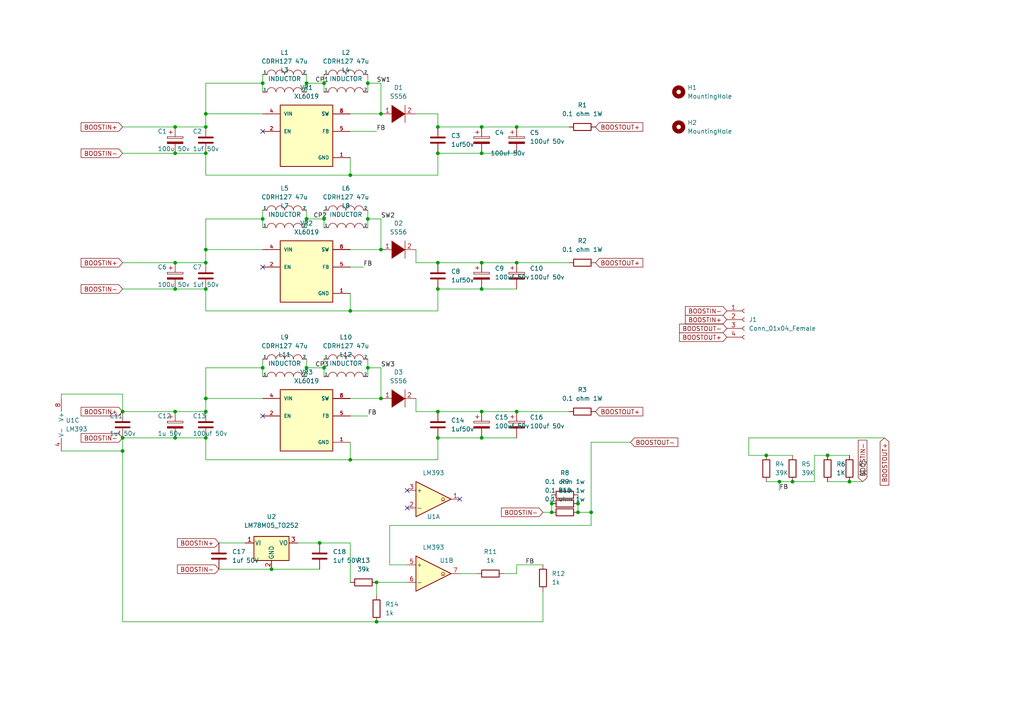
<source format=kicad_sch>
(kicad_sch (version 20211123) (generator eeschema)
  (paper "A4")
  (lib_symbols
    (symbol "Comparator:LM393" (pin_names (offset 0.127))
      (property "Reference" "U" (at 3.81 3.81 0))
      (property "Value" "LM393" (at 6.35 -3.81 0))
      (symbol "LM393_1_1"
        (polyline (pts (xy -5.08 5.08) (xy 5.08 0) (xy -5.08 -5.08) (xy -5.08 5.08)) (stroke (width 0.254)) (fill (type background)))
        (polyline (pts (xy 3.302 -0.508) (xy 2.794 -0.508) (xy 3.302 0) (xy 2.794 0.508) (xy 2.286 0) (xy 2.794 -0.508) (xy 2.286 -0.508)) (stroke (width 0.127)))
        (pin open_collector line (at 7.62 0 180) (length 2.54) (name "~") (number "1"))
        (pin input line (at -7.62 -2.54 0) (length 2.54) (name "-") (number "2"))
        (pin input line (at -7.62 2.54 0) (length 2.54) (name "+") (number "3"))
      )
      (symbol "LM393_2_1"
        (polyline (pts (xy -5.08 5.08) (xy 5.08 0) (xy -5.08 -5.08) (xy -5.08 5.08)) (stroke (width 0.254)) (fill (type background)))
        (polyline (pts (xy 3.302 -0.508) (xy 2.794 -0.508) (xy 3.302 0) (xy 2.794 0.508) (xy 2.286 0) (xy 2.794 -0.508) (xy 2.286 -0.508)) (stroke (width 0.127)))
        (pin input line (at -7.62 2.54 0) (length 2.54) (name "+") (number "5"))
        (pin input line (at -7.62 -2.54 0) (length 2.54) (name "-") (number "6"))
        (pin open_collector line (at 7.62 0 180) (length 2.54) (name "~") (number "7"))
      )
      (symbol "LM393_3_1"
        (pin power_in line (at -2.54 -7.62 90) (length 3.81) (name "V-") (number "4"))
        (pin power_in line (at -2.54 7.62 270) (length 3.81) (name "V+") (number "8"))
      )
    )
    (symbol "Connector:Conn_01x04_Female" (pin_names (offset 1.016) hide)
      (property "Reference" "J" (at 0 5.08 0))
      (property "Value" "Conn_01x04_Female" (at 0 -7.62 0))
      (symbol "Conn_01x04_Female_1_1"
        (arc (start 0 -4.572) (mid -0.508 -5.08) (end 0 -5.588) (stroke (width 0.1524)))
        (arc (start 0 -2.032) (mid -0.508 -2.54) (end 0 -3.048) (stroke (width 0.1524)))
        (polyline (pts (xy -1.27 -5.08) (xy -0.508 -5.08)) (stroke (width 0.1524)))
        (polyline (pts (xy -1.27 -2.54) (xy -0.508 -2.54)) (stroke (width 0.1524)))
        (polyline (pts (xy -1.27 0) (xy -0.508 0)) (stroke (width 0.1524)))
        (polyline (pts (xy -1.27 2.54) (xy -0.508 2.54)) (stroke (width 0.1524)))
        (arc (start 0 0.508) (mid -0.508 0) (end 0 -0.508) (stroke (width 0.1524)))
        (arc (start 0 3.048) (mid -0.508 2.54) (end 0 2.032) (stroke (width 0.1524)))
        (pin passive line (at -5.08 2.54 0) (length 3.81) (name "Pin_1") (number "1"))
        (pin passive line (at -5.08 0 0) (length 3.81) (name "Pin_2") (number "2"))
        (pin passive line (at -5.08 -2.54 0) (length 3.81) (name "Pin_3") (number "3"))
        (pin passive line (at -5.08 -5.08 0) (length 3.81) (name "Pin_4") (number "4"))
      )
    )
    (symbol "Device:C" (pin_numbers hide) (pin_names (offset 0.254))
      (property "Reference" "C" (at 0.635 2.54 0))
      (property "Value" "C" (at 0.635 -2.54 0))
      (symbol "C_0_1"
        (polyline (pts (xy -2.032 -0.762) (xy 2.032 -0.762)) (stroke (width 0.508)))
        (polyline (pts (xy -2.032 0.762) (xy 2.032 0.762)) (stroke (width 0.508)))
      )
      (symbol "C_1_1"
        (pin passive line (at 0 3.81 270) (length 2.794) (name "~") (number "1"))
        (pin passive line (at 0 -3.81 90) (length 2.794) (name "~") (number "2"))
      )
    )
    (symbol "Device:C_Polarized" (pin_numbers hide) (pin_names (offset 0.254))
      (property "Reference" "C" (at 0.635 2.54 0))
      (property "Value" "C_Polarized" (at 0.635 -2.54 0))
      (symbol "C_Polarized_0_1"
        (rectangle (start -2.286 0.508) (end 2.286 1.016))
        (polyline (pts (xy -1.778 2.286) (xy -0.762 2.286)))
        (polyline (pts (xy -1.27 2.794) (xy -1.27 1.778)))
        (rectangle (start 2.286 -0.508) (end -2.286 -1.016) (fill (type outline)))
      )
      (symbol "C_Polarized_1_1"
        (pin passive line (at 0 3.81 270) (length 2.794) (name "~") (number "1"))
        (pin passive line (at 0 -3.81 90) (length 2.794) (name "~") (number "2"))
      )
    )
    (symbol "Device:R" (pin_numbers hide) (pin_names (offset 0))
      (property "Reference" "R" (at 2.032 0 90))
      (property "Value" "R" (at 0 0 90))
      (symbol "R_0_1"
        (rectangle (start -1.016 -2.54) (end 1.016 2.54) (stroke (width 0.254)))
      )
      (symbol "R_1_1"
        (pin passive line (at 0 3.81 270) (length 1.27) (name "~") (number "1"))
        (pin passive line (at 0 -3.81 90) (length 1.27) (name "~") (number "2"))
      )
    )
    (symbol "Mechanical:MountingHole" (pin_names (offset 1.016))
      (property "Reference" "H" (at 0 5.08 0))
      (property "Value" "MountingHole" (at 0 3.175 0))
      (symbol "MountingHole_0_1"
        (circle (center 0 0) (radius 1.27) (stroke (width 1.27)))
      )
    )
    (symbol "Regulator_Linear:LM78M05_TO252" (pin_names (offset 0.254))
      (property "Reference" "U" (at -3.81 3.175 0))
      (property "Value" "LM78M05_TO252" (at 0 3.175 0))
      (symbol "LM78M05_TO252_0_1"
        (rectangle (start -5.08 1.905) (end 5.08 -5.08) (stroke (width 0.254)) (fill (type background)))
      )
      (symbol "LM78M05_TO252_1_1"
        (pin power_in line (at -7.62 0 0) (length 2.54) (name "VI") (number "1"))
        (pin power_in line (at 0 -7.62 90) (length 2.54) (name "GND") (number "2"))
        (pin power_out line (at 7.62 0 180) (length 2.54) (name "VO") (number "3"))
      )
    )
    (symbol "XL6009:XL6009" (pin_names (offset 1.016))
      (property "Reference" "VR" (at -7.62 8.89 0))
      (property "Value" "XL6009" (at -7.62 -11.43 0))
      (symbol "XL6009_0_0"
        (rectangle (start -7.62 -10.16) (end 7.62 7.62) (stroke (width 0.254)) (fill (type background)))
        (pin power_in line (at 12.7 -7.62 180) (length 5.08) (name "GND") (number "1"))
        (pin input line (at -12.7 0 0) (length 5.08) (name "EN") (number "2"))
        (pin output line (at 12.7 5.08 180) (length 5.08) (name "SW") (number "3"))
        (pin input line (at -12.7 5.08 0) (length 5.08) (name "VIN") (number "4"))
        (pin input line (at 12.7 0 180) (length 5.08) (name "FB") (number "5"))
        (pin output line (at 12.7 5.08 180) (length 5.08) (name "SW") (number "6"))
      )
    )
    (symbol "pspice:DIODE" (pin_names (offset 1.016) hide)
      (property "Reference" "D" (at 0 3.81 0))
      (property "Value" "DIODE" (at 0 -4.445 0))
      (symbol "DIODE_0_1"
        (polyline (pts (xy 1.905 2.54) (xy 1.905 -2.54)))
        (polyline (pts (xy -1.905 2.54) (xy -1.905 -2.54) (xy 1.905 0)) (fill (type outline)))
      )
      (symbol "DIODE_1_1"
        (pin input line (at -5.08 0 0) (length 3.81) (name "K") (number "1"))
        (pin input line (at 5.08 0 180) (length 3.81) (name "A") (number "2"))
      )
    )
    (symbol "pspice:INDUCTOR" (pin_numbers hide) (pin_names (offset 0))
      (property "Reference" "L" (at 0 2.54 0))
      (property "Value" "INDUCTOR" (at 0 -1.27 0))
      (symbol "INDUCTOR_0_1"
        (arc (start -2.54 0) (mid -3.81 1.27) (end -5.08 0))
        (arc (start 0 0) (mid -1.27 1.27) (end -2.54 0))
        (arc (start 2.54 0) (mid 1.27 1.27) (end 0 0))
        (arc (start 5.08 0) (mid 3.81 1.27) (end 2.54 0))
      )
      (symbol "INDUCTOR_1_1"
        (pin input line (at -6.35 0 0) (length 1.27) (name "1") (number "1"))
        (pin input line (at 6.35 0 180) (length 1.27) (name "2") (number "2"))
      )
    )
  )
  (junction (at 59.69 76.2))
  (junction (at 139.7 76.2))
  (junction (at 78.74 165.1))
  (junction (at 88.9 24.13))
  (junction (at 139.7 127))
  (junction (at 127 36.83))
  (junction (at 76.2 63.5))
  (junction (at 101.6 90.17))
  (junction (at 50.8 83.82))
  (junction (at 139.7 119.38))
  (junction (at 101.6 133.35))
  (junction (at 139.7 83.82))
  (junction (at 127 76.2))
  (junction (at 76.2 24.13))
  (junction (at 167.64 146.05))
  (junction (at 149.86 119.38))
  (junction (at 110.49 33.02))
  (junction (at 109.22 180.34))
  (junction (at 35.56 130.81))
  (junction (at 88.9 63.5))
  (junction (at 127 44.45))
  (junction (at 59.69 127))
  (junction (at 240.03 132.08))
  (junction (at 59.69 115.57))
  (junction (at 106.68 63.5))
  (junction (at 59.69 72.39))
  (junction (at 93.98 24.13))
  (junction (at 59.69 119.38))
  (junction (at 59.69 33.02))
  (junction (at 139.7 36.83))
  (junction (at 222.25 132.08))
  (junction (at 92.71 157.48))
  (junction (at 229.87 139.7))
  (junction (at 110.49 72.39))
  (junction (at 50.8 44.45))
  (junction (at 246.38 139.7))
  (junction (at 127 83.82))
  (junction (at 76.2 106.68))
  (junction (at 50.8 36.83))
  (junction (at 50.8 119.38))
  (junction (at 93.98 106.68))
  (junction (at 226.06 139.7))
  (junction (at 149.86 76.2))
  (junction (at 160.02 148.59))
  (junction (at 59.69 36.83))
  (junction (at 35.56 127))
  (junction (at 101.6 50.8))
  (junction (at 106.68 106.68))
  (junction (at 160.02 146.05))
  (junction (at 109.22 168.91))
  (junction (at 59.69 83.82))
  (junction (at 59.69 44.45))
  (junction (at 35.56 119.38))
  (junction (at 50.8 76.2))
  (junction (at 149.86 36.83))
  (junction (at 139.7 44.45))
  (junction (at 93.98 63.5))
  (junction (at 171.45 148.59))
  (junction (at 110.49 115.57))
  (junction (at 127 127))
  (junction (at 88.9 106.68))
  (junction (at 127 119.38))
  (junction (at 106.68 24.13))
  (junction (at 167.64 148.59))
  (junction (at 50.8 127))
  (no_connect (at 133.35 144.78))
  (no_connect (at 118.11 147.32))
  (no_connect (at 118.11 142.24))
  (no_connect (at 76.2 77.47))
  (no_connect (at 76.2 38.1))
  (no_connect (at 76.2 120.65))
  (wire (pts (xy 127 33.02) (xy 127 36.83)))
  (wire (pts (xy 101.6 133.35) (xy 127 133.35)))
  (wire (pts (xy 113.03 152.4) (xy 171.45 152.4)))
  (wire (pts (xy 120.65 72.39) (xy 120.65 76.2)))
  (wire (pts (xy 59.69 90.17) (xy 101.6 90.17)))
  (wire (pts (xy 35.56 130.81) (xy 35.56 180.34)))
  (wire (pts (xy 59.69 72.39) (xy 59.69 76.2)))
  (wire (pts (xy 120.65 115.57) (xy 120.65 119.38)))
  (wire (pts (xy 106.68 21.59) (xy 106.68 24.13)))
  (wire (pts (xy 109.22 168.91) (xy 109.22 172.72)))
  (wire (pts (xy 35.56 127) (xy 35.56 130.81)))
  (wire (pts (xy 149.86 76.2) (xy 165.1 76.2)))
  (wire (pts (xy 59.69 24.13) (xy 59.69 33.02)))
  (wire (pts (xy 127 127) (xy 139.7 127)))
  (wire (pts (xy 146.05 166.37) (xy 149.86 166.37)))
  (wire (pts (xy 59.69 106.68) (xy 59.69 115.57)))
  (wire (pts (xy 59.69 133.35) (xy 101.6 133.35)))
  (wire (pts (xy 236.22 132.08) (xy 240.03 132.08)))
  (wire (pts (xy 59.69 33.02) (xy 59.69 36.83)))
  (wire (pts (xy 106.68 104.14) (xy 106.68 106.68)))
  (wire (pts (xy 120.65 33.02) (xy 127 33.02)))
  (wire (pts (xy 50.8 36.83) (xy 59.69 36.83)))
  (wire (pts (xy 88.9 104.14) (xy 88.9 106.68)))
  (wire (pts (xy 63.5 165.1) (xy 78.74 165.1)))
  (wire (pts (xy 111.76 72.39) (xy 110.49 72.39)))
  (wire (pts (xy 59.69 50.8) (xy 101.6 50.8)))
  (wire (pts (xy 76.2 24.13) (xy 76.2 21.59)))
  (wire (pts (xy 106.68 24.13) (xy 106.68 26.67)))
  (wire (pts (xy 76.2 106.68) (xy 76.2 109.22)))
  (wire (pts (xy 76.2 72.39) (xy 59.69 72.39)))
  (wire (pts (xy 139.7 76.2) (xy 149.86 76.2)))
  (wire (pts (xy 63.5 157.48) (xy 71.12 157.48)))
  (wire (pts (xy 101.6 45.72) (xy 101.6 50.8)))
  (wire (pts (xy 133.35 166.37) (xy 138.43 166.37)))
  (wire (pts (xy 127 36.83) (xy 139.7 36.83)))
  (wire (pts (xy 88.9 24.13) (xy 93.98 24.13)))
  (wire (pts (xy 139.7 83.82) (xy 149.86 83.82)))
  (wire (pts (xy 88.9 106.68) (xy 93.98 106.68)))
  (wire (pts (xy 93.98 63.5) (xy 93.98 66.04)))
  (wire (pts (xy 76.2 106.68) (xy 76.2 104.14)))
  (wire (pts (xy 76.2 24.13) (xy 76.2 26.67)))
  (wire (pts (xy 88.9 21.59) (xy 88.9 24.13)))
  (wire (pts (xy 101.6 90.17) (xy 127 90.17)))
  (wire (pts (xy 113.03 163.83) (xy 113.03 152.4)))
  (wire (pts (xy 120.65 119.38) (xy 127 119.38)))
  (wire (pts (xy 59.69 63.5) (xy 59.69 72.39)))
  (wire (pts (xy 59.69 115.57) (xy 59.69 119.38)))
  (wire (pts (xy 109.22 168.91) (xy 118.11 168.91)))
  (wire (pts (xy 106.68 60.96) (xy 106.68 63.5)))
  (wire (pts (xy 110.49 24.13) (xy 110.49 33.02)))
  (wire (pts (xy 217.17 127) (xy 256.54 127)))
  (wire (pts (xy 35.56 36.83) (xy 50.8 36.83)))
  (wire (pts (xy 101.6 72.39) (xy 110.49 72.39)))
  (wire (pts (xy 93.98 106.68) (xy 93.98 109.22)))
  (wire (pts (xy 101.6 157.48) (xy 101.6 168.91)))
  (wire (pts (xy 240.03 132.08) (xy 246.38 132.08)))
  (wire (pts (xy 226.06 139.7) (xy 229.87 139.7)))
  (wire (pts (xy 217.17 132.08) (xy 222.25 132.08)))
  (wire (pts (xy 93.98 21.59) (xy 93.98 24.13)))
  (wire (pts (xy 139.7 44.45) (xy 149.86 44.45)))
  (wire (pts (xy 217.17 132.08) (xy 217.17 127)))
  (wire (pts (xy 127 50.8) (xy 127 44.45)))
  (wire (pts (xy 222.25 139.7) (xy 226.06 139.7)))
  (wire (pts (xy 236.22 139.7) (xy 236.22 132.08)))
  (wire (pts (xy 50.8 119.38) (xy 59.69 119.38)))
  (wire (pts (xy 149.86 36.83) (xy 165.1 36.83)))
  (wire (pts (xy 35.56 127) (xy 50.8 127)))
  (wire (pts (xy 120.65 76.2) (xy 127 76.2)))
  (wire (pts (xy 59.69 24.13) (xy 76.2 24.13)))
  (wire (pts (xy 167.64 143.51) (xy 167.64 146.05)))
  (wire (pts (xy 35.56 83.82) (xy 50.8 83.82)))
  (wire (pts (xy 88.9 63.5) (xy 88.9 66.04)))
  (wire (pts (xy 101.6 50.8) (xy 127 50.8)))
  (wire (pts (xy 76.2 63.5) (xy 76.2 60.96)))
  (wire (pts (xy 101.6 33.02) (xy 110.49 33.02)))
  (wire (pts (xy 160.02 143.51) (xy 160.02 146.05)))
  (wire (pts (xy 157.48 148.59) (xy 160.02 148.59)))
  (wire (pts (xy 59.69 63.5) (xy 76.2 63.5)))
  (wire (pts (xy 127 90.17) (xy 127 83.82)))
  (wire (pts (xy 127 119.38) (xy 139.7 119.38)))
  (wire (pts (xy 149.86 163.83) (xy 149.86 166.37)))
  (wire (pts (xy 59.69 83.82) (xy 59.69 90.17)))
  (wire (pts (xy 110.49 63.5) (xy 110.49 72.39)))
  (wire (pts (xy 59.69 127) (xy 59.69 133.35)))
  (wire (pts (xy 88.9 106.68) (xy 88.9 109.22)))
  (wire (pts (xy 59.69 44.45) (xy 59.69 50.8)))
  (wire (pts (xy 171.45 128.27) (xy 182.88 128.27)))
  (wire (pts (xy 139.7 119.38) (xy 149.86 119.38)))
  (wire (pts (xy 35.56 119.38) (xy 50.8 119.38)))
  (wire (pts (xy 35.56 76.2) (xy 50.8 76.2)))
  (wire (pts (xy 167.64 146.05) (xy 167.64 148.59)))
  (wire (pts (xy 106.68 63.5) (xy 106.68 66.04)))
  (wire (pts (xy 139.7 36.83) (xy 149.86 36.83)))
  (wire (pts (xy 106.68 106.68) (xy 110.49 106.68)))
  (wire (pts (xy 50.8 83.82) (xy 59.69 83.82)))
  (wire (pts (xy 76.2 115.57) (xy 59.69 115.57)))
  (wire (pts (xy 93.98 24.13) (xy 93.98 26.67)))
  (wire (pts (xy 35.56 114.3) (xy 35.56 119.38)))
  (wire (pts (xy 139.7 127) (xy 149.86 127)))
  (wire (pts (xy 93.98 104.14) (xy 93.98 106.68)))
  (wire (pts (xy 167.64 148.59) (xy 171.45 148.59)))
  (wire (pts (xy 93.98 60.96) (xy 93.98 63.5)))
  (wire (pts (xy 171.45 152.4) (xy 171.45 148.59)))
  (wire (pts (xy 106.68 106.68) (xy 106.68 109.22)))
  (wire (pts (xy 88.9 60.96) (xy 88.9 63.5)))
  (wire (pts (xy 101.6 38.1) (xy 109.22 38.1)))
  (wire (pts (xy 101.6 115.57) (xy 110.49 115.57)))
  (wire (pts (xy 226.06 139.7) (xy 226.06 142.24)))
  (wire (pts (xy 101.6 128.27) (xy 101.6 133.35)))
  (wire (pts (xy 127 133.35) (xy 127 127)))
  (wire (pts (xy 92.71 157.48) (xy 101.6 157.48)))
  (wire (pts (xy 17.78 114.3) (xy 35.56 114.3)))
  (wire (pts (xy 35.56 44.45) (xy 50.8 44.45)))
  (wire (pts (xy 149.86 119.38) (xy 165.1 119.38)))
  (wire (pts (xy 240.03 139.7) (xy 246.38 139.7)))
  (wire (pts (xy 222.25 132.08) (xy 229.87 132.08)))
  (wire (pts (xy 246.38 139.7) (xy 250.19 139.7)))
  (wire (pts (xy 50.8 44.45) (xy 59.69 44.45)))
  (wire (pts (xy 17.78 115.57) (xy 17.78 114.3)))
  (wire (pts (xy 101.6 85.09) (xy 101.6 90.17)))
  (wire (pts (xy 78.74 165.1) (xy 92.71 165.1)))
  (wire (pts (xy 86.36 157.48) (xy 92.71 157.48)))
  (wire (pts (xy 35.56 180.34) (xy 109.22 180.34)))
  (wire (pts (xy 35.56 130.81) (xy 17.78 130.81)))
  (wire (pts (xy 157.48 180.34) (xy 109.22 180.34)))
  (wire (pts (xy 88.9 63.5) (xy 93.98 63.5)))
  (wire (pts (xy 106.68 63.5) (xy 110.49 63.5)))
  (wire (pts (xy 157.48 163.83) (xy 149.86 163.83)))
  (wire (pts (xy 110.49 106.68) (xy 110.49 115.57)))
  (wire (pts (xy 127 83.82) (xy 139.7 83.82)))
  (wire (pts (xy 76.2 33.02) (xy 59.69 33.02)))
  (wire (pts (xy 101.6 77.47) (xy 105.41 77.47)))
  (wire (pts (xy 76.2 63.5) (xy 76.2 66.04)))
  (wire (pts (xy 229.87 139.7) (xy 236.22 139.7)))
  (wire (pts (xy 118.11 163.83) (xy 113.03 163.83)))
  (wire (pts (xy 106.68 24.13) (xy 110.49 24.13)))
  (wire (pts (xy 127 44.45) (xy 139.7 44.45)))
  (wire (pts (xy 160.02 146.05) (xy 160.02 148.59)))
  (wire (pts (xy 157.48 171.45) (xy 157.48 180.34)))
  (wire (pts (xy 59.69 106.68) (xy 76.2 106.68)))
  (wire (pts (xy 171.45 148.59) (xy 171.45 128.27)))
  (wire (pts (xy 127 76.2) (xy 139.7 76.2)))
  (wire (pts (xy 50.8 76.2) (xy 59.69 76.2)))
  (wire (pts (xy 101.6 120.65) (xy 106.68 120.65)))
  (wire (pts (xy 50.8 127) (xy 59.69 127)))
  (wire (pts (xy 88.9 24.13) (xy 88.9 26.67)))
  (label "FB" (at 105.41 77.47 0))
  (label "FB" (at 109.22 38.1 0))
  (label "SW2" (at 110.49 63.5 0))
  (label "CP3" (at 91.44 106.68 0))
  (label "FB" (at 152.4 163.83 0))
  (label "CP2" (at 90.9007 63.5 0))
  (label "SW1" (at 109.22 24.13 0))
  (label "FB" (at 226.06 142.24 0))
  (label "SW3" (at 110.49 106.68 0))
  (label "FB" (at 106.68 120.65 0))
  (label "CP1" (at 91.44 24.13 0))
  (global_label "BOOSTIN+" (shape input) (at 35.56 36.83 180) (property "Intersheet References" "${INTERSHEET_REFS}" (effects hide)))
  (global_label "BOOSTIN-" (shape input) (at 63.5 165.1 180) (property "Intersheet References" "${INTERSHEET_REFS}" (effects hide)))
  (global_label "BOOSTOUT+" (shape input) (at 172.72 119.38 0) (property "Intersheet References" "${INTERSHEET_REFS}" (effects hide)))
  (global_label "BOOSTIN+" (shape input) (at 210.82 92.71 180) (property "Intersheet References" "${INTERSHEET_REFS}" (effects hide)))
  (global_label "BOOSTOUT-" (shape input) (at 210.82 95.25 180) (property "Intersheet References" "${INTERSHEET_REFS}" (effects hide)))
  (global_label "BOOSTIN+" (shape input) (at 63.5 157.48 180) (property "Intersheet References" "${INTERSHEET_REFS}" (effects hide)))
  (global_label "BOOSTOUT+" (shape input) (at 210.82 97.79 180) (property "Intersheet References" "${INTERSHEET_REFS}" (effects hide)))
  (global_label "BOOSTIN-" (shape input) (at 157.48 148.59 180) (property "Intersheet References" "${INTERSHEET_REFS}" (effects hide)))
  (global_label "BOOSTOUT+" (shape input) (at 256.54 127 270) (property "Intersheet References" "${INTERSHEET_REFS}" (effects hide)))
  (global_label "BOOSTOUT+" (shape input) (at 172.72 36.83 0) (property "Intersheet References" "${INTERSHEET_REFS}" (effects hide)))
  (global_label "BOOSTIN-" (shape input) (at 35.56 44.45 180) (property "Intersheet References" "${INTERSHEET_REFS}" (effects hide)))
  (global_label "BOOSTIN+" (shape input) (at 35.56 119.38 180) (property "Intersheet References" "${INTERSHEET_REFS}" (effects hide)))
  (global_label "BOOSTOUT-" (shape input) (at 182.88 128.27 0) (property "Intersheet References" "${INTERSHEET_REFS}" (effects hide)))
  (global_label "BOOSTIN+" (shape input) (at 35.56 76.2 180) (property "Intersheet References" "${INTERSHEET_REFS}" (effects hide)))
  (global_label "BOOSTIN-" (shape input) (at 210.82 90.17 180) (property "Intersheet References" "${INTERSHEET_REFS}" (effects hide)))
  (global_label "BOOSTIN-" (shape input) (at 250.19 139.7 90) (property "Intersheet References" "${INTERSHEET_REFS}" (effects hide)))
  (global_label "BOOSTOUT+" (shape input) (at 172.72 76.2 0) (property "Intersheet References" "${INTERSHEET_REFS}" (effects hide)))
  (global_label "BOOSTIN-" (shape input) (at 35.56 83.82 180) (property "Intersheet References" "${INTERSHEET_REFS}" (effects hide)))
  (global_label "BOOSTIN-" (shape input) (at 35.56 127 180) (property "Intersheet References" "${INTERSHEET_REFS}" (effects hide)))
  (symbol (lib_id "pspice:INDUCTOR") (at 82.55 21.59 0) (unit 1)
    (property "Reference" "L1" (at 82.55 15.24 0))
    (property "Value" "CDRH127 47u" (at 82.55 17.78 0))
    (property "Footprint" "Inductor_SMD:L_12x12mm_H8mm" (effects hide))
  )
  (symbol (lib_id "pspice:INDUCTOR") (at 82.55 66.04 0) (unit 1)
    (property "Reference" "L7" (at 82.55 59.69 0))
    (property "Value" "INDUCTOR" (at 82.55 62.23 0))
    (property "Footprint" "Inductor_SMD:L_12x12mm_H8mm" (effects hide))
  )
  (symbol (lib_id "Device:R") (at 240.03 135.89 0) (unit 1)
    (property "Reference" "R6" (at 242.57 134.6199 0) (effects (justify left)))
    (property "Value" "1K" (at 242.57 137.1599 0) (effects (justify left)))
    (property "Footprint" "Resistor_SMD:R_0805_2012Metric" (effects hide))
  )
  (symbol (lib_id "Device:C") (at 35.56 123.19 0) (unit 1)
    (property "Reference" "C11" (at 31.75 120.65 0) (effects (justify left)))
    (property "Value" "1uf 50v" (at 31.75 125.73 0) (effects (justify left)))
    (property "Footprint" "Capacitor_SMD:C_1206_3216Metric" (effects hide))
  )
  (symbol (lib_id "Device:C_Polarized") (at 149.86 123.19 0) (unit 1)
    (property "Reference" "C16" (at 153.67 121.0309 0) (effects (justify left)))
    (property "Value" "100uf 50v" (at 153.67 123.5709 0) (effects (justify left)))
    (property "Footprint" "Capacitor_SMD:CP_Elec_10x10.5" (effects hide))
  )
  (symbol (lib_id "Device:C") (at 127 80.01 0) (unit 1)
    (property "Reference" "C8" (at 130.81 78.7399 0) (effects (justify left)))
    (property "Value" " 1uf50v" (at 130.81 81.2799 0) (effects (justify left)))
    (property "Footprint" "Capacitor_SMD:C_1206_3216Metric" (effects hide))
  )
  (symbol (lib_id "Device:C") (at 127 40.64 0) (unit 1)
    (property "Reference" "C3" (at 130.81 39.3699 0) (effects (justify left)))
    (property "Value" " 1uf50v" (at 130.81 41.9099 0) (effects (justify left)))
    (property "Footprint" "Capacitor_SMD:C_1206_3216Metric" (effects hide))
  )
  (symbol (lib_id "Device:C") (at 63.5 161.29 0) (unit 1)
    (property "Reference" "C17" (at 67.31 160.0199 0) (effects (justify left)))
    (property "Value" "1uf 50V" (at 67.31 162.5599 0) (effects (justify left)))
    (property "Footprint" "Capacitor_SMD:C_1206_3216Metric" (effects hide))
  )
  (symbol (lib_id "pspice:INDUCTOR") (at 82.55 109.22 0) (unit 1)
    (property "Reference" "L11" (at 82.55 102.87 0))
    (property "Value" "INDUCTOR" (at 82.55 105.41 0))
    (property "Footprint" "Inductor_SMD:L_12x12mm_H8mm" (effects hide))
  )
  (symbol (lib_id "Comparator:LM393") (at 125.73 166.37 0) (unit 2)
    (property "Reference" "U1" (at 129.54 162.56 0))
    (property "Value" "LM393" (at 125.73 158.75 0))
    (property "Footprint" "Package_SO:SO-8_5.3x6.2mm_P1.27mm" (effects hide))
    (property "Datasheet" "http://www.ti.com/lit/ds/symlink/lm393.pdf" (effects hide))
  )
  (symbol (lib_id "Mechanical:MountingHole") (at 196.85 26.67 0) (unit 1)
    (property "Reference" "H1" (at 199.39 25.3999 0) (effects (justify left)))
    (property "Value" "MountingHole" (at 199.39 27.9399 0) (effects (justify left)))
    (property "Footprint" "MountingHole:MountingHole_3.2mm_M3" (effects hide))
  )
  (symbol (lib_id "pspice:INDUCTOR") (at 100.33 26.67 0) (unit 1)
    (property "Reference" "L4" (at 100.33 20.32 0))
    (property "Value" "INDUCTOR" (at 100.33 22.86 0))
    (property "Footprint" "Inductor_SMD:L_12x12mm_H8mm" (effects hide))
  )
  (symbol (lib_id "pspice:INDUCTOR") (at 82.55 26.67 0) (unit 1)
    (property "Reference" "L3" (at 82.55 20.32 0))
    (property "Value" "INDUCTOR" (at 82.55 22.86 0))
    (property "Footprint" "Inductor_SMD:L_12x12mm_H8mm" (effects hide))
  )
  (symbol (lib_id "Device:R") (at 168.91 76.2 90) (unit 1)
    (property "Reference" "R2" (at 168.91 69.85 90))
    (property "Value" "0.1 ohm 1W" (at 168.91 72.39 90))
    (property "Footprint" "Resistor_SMD:R_2512_6332Metric" (effects hide))
  )
  (symbol (lib_id "Connector:Conn_01x04_Female") (at 215.9 92.71 0) (unit 1)
    (property "Reference" "J1" (at 217.17 92.7099 0) (effects (justify left)))
    (property "Value" "Conn_01x04_Female" (at 217.17 95.2499 0) (effects (justify left)))
    (property "Footprint" "Connector_Phoenix_MSTB:PhoenixContact_MSTBVA_2,5_4-G-5,08_1x04_P5.08mm_Vertical" (effects hide))
  )
  (symbol (lib_id "Device:R") (at 157.48 167.64 180) (unit 1)
    (property "Reference" "R12" (at 160.02 166.3699 0) (effects (justify right)))
    (property "Value" "1k" (at 160.02 168.9099 0) (effects (justify right)))
    (property "Footprint" "Resistor_SMD:R_0805_2012Metric" (effects hide))
  )
  (symbol (lib_id "pspice:INDUCTOR") (at 100.33 21.59 0) (unit 1)
    (property "Reference" "L2" (at 100.33 15.24 0))
    (property "Value" "CDRH127 47u" (at 100.33 17.78 0))
    (property "Footprint" "Inductor_SMD:L_12x12mm_H8mm" (effects hide))
  )
  (symbol (lib_id "Comparator:LM393") (at 20.32 123.19 0) (unit 3)
    (property "Reference" "U1" (at 19.05 121.9199 0) (effects (justify left)))
    (property "Value" "LM393" (at 19.05 124.4599 0) (effects (justify left)))
    (property "Footprint" "Package_SO:SO-8_5.3x6.2mm_P1.27mm" (effects hide))
    (property "Datasheet" "http://www.ti.com/lit/ds/symlink/lm393.pdf" (effects hide))
  )
  (symbol (lib_id "Device:C_Polarized") (at 139.7 80.01 0) (unit 1)
    (property "Reference" "C9" (at 143.51 77.8509 0) (effects (justify left)))
    (property "Value" "100uf 50v" (at 143.51 80.3909 0) (effects (justify left)))
    (property "Footprint" "Capacitor_SMD:CP_Elec_10x10.5" (effects hide))
  )
  (symbol (lib_id "Device:C_Polarized") (at 149.86 80.01 0) (unit 1)
    (property "Reference" "C10" (at 153.67 77.8509 0) (effects (justify left)))
    (property "Value" "100uf 50v" (at 153.67 80.3909 0) (effects (justify left)))
    (property "Footprint" "Capacitor_SMD:CP_Elec_10x10.5" (effects hide))
  )
  (symbol (lib_id "Device:R") (at 168.91 36.83 90) (unit 1)
    (property "Reference" "R1" (at 168.91 30.48 90))
    (property "Value" "0.1 ohm 1W" (at 168.91 33.02 90))
    (property "Footprint" "Resistor_SMD:R_2512_6332Metric" (effects hide))
  )
  (symbol (lib_id "Device:C_Polarized") (at 50.8 40.64 0) (unit 1)
    (property "Reference" "C1" (at 45.72 38.1 0) (effects (justify left)))
    (property "Value" "100u 50v" (at 45.72 43.18 0) (effects (justify left)))
    (property "Footprint" "Capacitor_SMD:CP_Elec_10x10.5" (effects hide))
  )
  (symbol (lib_id "Device:R") (at 168.91 119.38 90) (unit 1)
    (property "Reference" "R3" (at 168.91 113.03 90))
    (property "Value" "0.1 ohm 1W" (at 168.91 115.57 90))
    (property "Footprint" "Resistor_SMD:R_2512_6332Metric" (effects hide))
  )
  (symbol (lib_id "Mechanical:MountingHole") (at 196.85 36.83 0) (unit 1)
    (property "Reference" "H2" (at 199.39 35.5599 0) (effects (justify left)))
    (property "Value" "MountingHole" (at 199.39 38.0999 0) (effects (justify left)))
    (property "Footprint" "MountingHole:MountingHole_3.2mm_M3" (effects hide))
  )
  (symbol (lib_id "Device:R") (at 222.25 135.89 0) (unit 1)
    (property "Reference" "R4" (at 224.79 134.6199 0) (effects (justify left)))
    (property "Value" "39K" (at 224.79 137.1599 0) (effects (justify left)))
    (property "Footprint" "Resistor_SMD:R_0805_2012Metric" (effects hide))
  )
  (symbol (lib_id "Comparator:LM393") (at 125.73 144.78 0) (unit 1)
    (property "Reference" "U1" (at 125.73 149.86 0))
    (property "Value" "LM393" (at 125.73 137.16 0))
    (property "Footprint" "Package_SO:SO-8_5.3x6.2mm_P1.27mm" (effects hide))
    (property "Datasheet" "http://www.ti.com/lit/ds/symlink/lm393.pdf" (effects hide))
  )
  (symbol (lib_id "pspice:INDUCTOR") (at 82.55 104.14 0) (unit 1)
    (property "Reference" "L9" (at 82.55 97.79 0))
    (property "Value" "CDRH127 47u" (at 82.55 100.33 0))
    (property "Footprint" "Inductor_SMD:L_12x12mm_H8mm" (effects hide))
  )
  (symbol (lib_id "Device:C") (at 127 123.19 0) (unit 1)
    (property "Reference" "C14" (at 130.81 121.9199 0) (effects (justify left)))
    (property "Value" " 1uf50v" (at 130.81 124.4599 0) (effects (justify left)))
    (property "Footprint" "Capacitor_SMD:C_1206_3216Metric" (effects hide))
  )
  (symbol (lib_id "pspice:INDUCTOR") (at 82.55 60.96 0) (unit 1)
    (property "Reference" "L5" (at 82.55 54.61 0))
    (property "Value" "CDRH127 47u" (at 82.55 57.15 0))
    (property "Footprint" "Inductor_SMD:L_12x12mm_H8mm" (effects hide))
  )
  (symbol (lib_id "Device:R") (at 142.24 166.37 90) (unit 1)
    (property "Reference" "R11" (at 142.24 160.02 90))
    (property "Value" "1k" (at 142.24 162.56 90))
    (property "Footprint" "Resistor_SMD:R_0805_2012Metric" (effects hide))
  )
  (symbol (lib_id "Device:C_Polarized") (at 50.8 80.01 0) (unit 1)
    (property "Reference" "C6" (at 45.72 77.47 0) (effects (justify left)))
    (property "Value" "100u 50v" (at 45.72 82.55 0) (effects (justify left)))
    (property "Footprint" "Capacitor_SMD:CP_Elec_10x10.5" (effects hide))
  )
  (symbol (lib_id "Device:R") (at 163.83 148.59 90) (unit 1)
    (property "Reference" "R10" (at 163.83 142.24 90))
    (property "Value" "0.1 ohm 1w" (at 163.83 144.78 90))
    (property "Footprint" "Resistor_SMD:R_2512_6332Metric" (effects hide))
  )
  (symbol (lib_id "Device:C") (at 59.69 40.64 0) (unit 1)
    (property "Reference" "C2" (at 55.88 38.1 0) (effects (justify left)))
    (property "Value" "1uf 50v" (at 55.88 43.18 0) (effects (justify left)))
    (property "Footprint" "Capacitor_SMD:C_1206_3216Metric" (effects hide))
  )
  (symbol (lib_id "Regulator_Linear:LM78M05_TO252") (at 78.74 157.48 0) (unit 1)
    (property "Reference" "U2" (at 78.74 149.86 0))
    (property "Value" "LM78M05_TO252" (at 78.74 152.4 0))
    (property "Footprint" "Package_TO_SOT_SMD:TO-252-2" (effects hide))
    (property "Datasheet" "https://www.onsemi.com/pub/Collateral/MC78M00-D.PDF" (effects hide))
  )
  (symbol (lib_id "XL6009:XL6009") (at 88.9 120.65 0) (unit 1)
    (property "Reference" "VR3" (at 88.9 107.95 0))
    (property "Value" "XL6019" (at 88.9 110.49 0))
    (property "Footprint" "Package_TO_SOT_SMD:TO-263-5_TabPin6" (effects hide))
    (property "MF" "XLSEMI" (effects hide))
    (property "MAXIMUM_PACKAGE_HEIGHT" "4.65mm" (effects hide))
    (property "Package" "TO-263-5L XLSEMI" (effects hide))
    (property "Price" "None" (effects hide))
    (property "Check_prices" "https://www.snapeda.com/parts/XL6009/XLSEMI/view-part/?ref=eda" (effects hide))
    (property "STANDARD" "IPC-7351B" (effects hide))
    (property "PARTREV" "1.1" (effects hide))
    (property "SnapEDA_Link" "https://www.snapeda.com/parts/XL6009/XLSEMI/view-part/?ref=snap" (effects hide))
    (property "MP" "XL6009" (effects hide))
    (property "Description" "\nThe XL6009 regulator is a wide input range, current mode, DC/DC converter which is capable of generating either positive or negative output voltages.\n" (effects hide))
    (property "Availability" "Not in stock" (effects hide))
    (property "MANUFACTURER" "XLSEMI" (effects hide))
  )
  (symbol (lib_id "XL6009:XL6009") (at 88.9 77.47 0) (unit 1)
    (property "Reference" "VR2" (at 88.9 64.77 0))
    (property "Value" "XL6019" (at 88.9 67.31 0))
    (property "Footprint" "Package_TO_SOT_SMD:TO-263-5_TabPin6" (effects hide))
    (property "MF" "XLSEMI" (effects hide))
    (property "MAXIMUM_PACKAGE_HEIGHT" "4.65mm" (effects hide))
    (property "Package" "TO-263-5L XLSEMI" (effects hide))
    (property "Price" "None" (effects hide))
    (property "Check_prices" "https://www.snapeda.com/parts/XL6009/XLSEMI/view-part/?ref=eda" (effects hide))
    (property "STANDARD" "IPC-7351B" (effects hide))
    (property "PARTREV" "1.1" (effects hide))
    (property "SnapEDA_Link" "https://www.snapeda.com/parts/XL6009/XLSEMI/view-part/?ref=snap" (effects hide))
    (property "MP" "XL6009" (effects hide))
    (property "Description" "\nThe XL6009 regulator is a wide input range, current mode, DC/DC converter which is capable of generating either positive or negative output voltages.\n" (effects hide))
    (property "Availability" "Not in stock" (effects hide))
    (property "MANUFACTURER" "XLSEMI" (effects hide))
  )
  (symbol (lib_id "Device:R") (at 109.22 176.53 0) (unit 1)
    (property "Reference" "R14" (at 111.76 175.2599 0) (effects (justify left)))
    (property "Value" "1k" (at 111.76 177.7999 0) (effects (justify left)))
    (property "Footprint" "Resistor_SMD:R_0805_2012Metric" (effects hide))
  )
  (symbol (lib_id "Device:C_Polarized") (at 149.86 40.64 0) (unit 1)
    (property "Reference" "C5" (at 153.67 38.4809 0) (effects (justify left)))
    (property "Value" "100uf 50v" (at 153.67 41.0209 0) (effects (justify left)))
    (property "Footprint" "Capacitor_SMD:CP_Elec_10x10.5" (effects hide))
  )
  (symbol (lib_id "Device:C_Polarized") (at 139.7 40.64 0) (unit 1)
    (property "Reference" "C4" (at 143.51 38.4809 0) (effects (justify left)))
    (property "Value" "100uf 50v" (at 142.24 44.45 0) (effects (justify left)))
    (property "Footprint" "Capacitor_SMD:CP_Elec_10x10.5" (effects hide))
  )
  (symbol (lib_id "pspice:DIODE") (at 115.57 33.02 0) (unit 1)
    (property "Reference" "D1" (at 115.57 25.4 0))
    (property "Value" "SS56" (at 115.57 27.94 0))
    (property "Footprint" "Diode_SMD:D_SMA-SMB_Universal_Handsoldering" (effects hide))
  )
  (symbol (lib_id "Device:R") (at 105.41 168.91 90) (unit 1)
    (property "Reference" "R13" (at 105.41 162.56 90))
    (property "Value" "39k" (at 105.41 165.1 90))
    (property "Footprint" "Resistor_SMD:R_0805_2012Metric" (effects hide))
  )
  (symbol (lib_id "Device:R") (at 229.87 135.89 0) (unit 1)
    (property "Reference" "R5" (at 232.41 134.6199 0) (effects (justify left)))
    (property "Value" "39K" (at 232.41 137.1599 0) (effects (justify left)))
    (property "Footprint" "Resistor_SMD:R_0805_2012Metric" (effects hide))
  )
  (symbol (lib_id "Device:C_Polarized") (at 139.7 123.19 0) (unit 1)
    (property "Reference" "C15" (at 143.51 121.0309 0) (effects (justify left)))
    (property "Value" "100uf 50v" (at 143.51 123.5709 0) (effects (justify left)))
    (property "Footprint" "Capacitor_SMD:CP_Elec_10x10.5" (effects hide))
  )
  (symbol (lib_id "Device:C") (at 92.71 161.29 0) (unit 1)
    (property "Reference" "C18" (at 96.52 160.0199 0) (effects (justify left)))
    (property "Value" "1uf 50V" (at 96.52 162.5599 0) (effects (justify left)))
    (property "Footprint" "Capacitor_SMD:C_1206_3216Metric" (effects hide))
  )
  (symbol (lib_id "pspice:DIODE") (at 115.57 115.57 0) (unit 1)
    (property "Reference" "D3" (at 115.57 107.95 0))
    (property "Value" "SS56" (at 115.57 110.49 0))
    (property "Footprint" "Diode_SMD:D_SMA-SMB_Universal_Handsoldering" (effects hide))
  )
  (symbol (lib_id "pspice:INDUCTOR") (at 100.33 60.96 0) (unit 1)
    (property "Reference" "L6" (at 100.33 54.61 0))
    (property "Value" "CDRH127 47u" (at 100.33 57.15 0))
    (property "Footprint" "Inductor_SMD:L_12x12mm_H8mm" (effects hide))
  )
  (symbol (lib_id "Device:C") (at 59.69 80.01 0) (unit 1)
    (property "Reference" "C7" (at 55.88 77.47 0) (effects (justify left)))
    (property "Value" "1uf 50v" (at 55.88 82.55 0) (effects (justify left)))
    (property "Footprint" "Capacitor_SMD:C_1206_3216Metric" (effects hide))
  )
  (symbol (lib_id "Device:C") (at 59.69 123.19 0) (unit 1)
    (property "Reference" "C13" (at 55.88 120.65 0) (effects (justify left)))
    (property "Value" "100uf 50v" (at 55.88 125.73 0) (effects (justify left)))
    (property "Footprint" "Capacitor_SMD:CP_Elec_10x10.5" (effects hide))
  )
  (symbol (lib_id "Device:R") (at 246.38 135.89 0) (unit 1)
    (property "Reference" "R7" (at 248.92 134.6199 0) (effects (justify left)))
    (property "Value" "1K" (at 248.92 137.1599 0) (effects (justify left)))
    (property "Footprint" "Resistor_SMD:R_0805_2012Metric" (effects hide))
  )
  (symbol (lib_id "XL6009:XL6009") (at 88.9 38.1 0) (unit 1)
    (property "Reference" "VR1" (at 88.9 25.4 0))
    (property "Value" "XL6019" (at 88.9 27.94 0))
    (property "Footprint" "Package_TO_SOT_SMD:TO-263-5_TabPin6" (effects hide))
    (property "MF" "XLSEMI" (effects hide))
    (property "MAXIMUM_PACKAGE_HEIGHT" "4.65mm" (effects hide))
    (property "Package" "TO-263-5L XLSEMI" (effects hide))
    (property "Price" "None" (effects hide))
    (property "Check_prices" "https://www.snapeda.com/parts/XL6009/XLSEMI/view-part/?ref=eda" (effects hide))
    (property "STANDARD" "IPC-7351B" (effects hide))
    (property "PARTREV" "1.1" (effects hide))
    (property "SnapEDA_Link" "https://www.snapeda.com/parts/XL6009/XLSEMI/view-part/?ref=snap" (effects hide))
    (property "MP" "XL6009" (effects hide))
    (property "Description" "\nThe XL6009 regulator is a wide input range, current mode, DC/DC converter which is capable of generating either positive or negative output voltages.\n" (effects hide))
    (property "Availability" "Not in stock" (effects hide))
    (property "MANUFACTURER" "XLSEMI" (effects hide))
  )
  (symbol (lib_id "pspice:INDUCTOR") (at 100.33 109.22 0) (unit 1)
    (property "Reference" "L12" (at 100.33 102.87 0))
    (property "Value" "INDUCTOR" (at 100.33 105.41 0))
    (property "Footprint" "Inductor_SMD:L_12x12mm_H8mm" (effects hide))
  )
  (symbol (lib_id "Device:C_Polarized") (at 50.8 123.19 0) (unit 1)
    (property "Reference" "C12" (at 45.72 120.65 0) (effects (justify left)))
    (property "Value" "1u 50v" (at 45.72 125.73 0) (effects (justify left)))
    (property "Footprint" "Capacitor_SMD:C_1206_3216Metric" (effects hide))
  )
  (symbol (lib_id "pspice:INDUCTOR") (at 100.33 104.14 0) (unit 1)
    (property "Reference" "L10" (at 100.33 97.79 0))
    (property "Value" "CDRH127 47u" (at 100.33 100.33 0))
    (property "Footprint" "Inductor_SMD:L_12x12mm_H8mm" (effects hide))
  )
  (symbol (lib_id "pspice:DIODE") (at 115.57 72.39 0) (unit 1)
    (property "Reference" "D2" (at 115.57 64.77 0))
    (property "Value" "SS56" (at 115.57 67.31 0))
    (property "Footprint" "Diode_SMD:D_SMA-SMB_Universal_Handsoldering" (effects hide))
  )
  (symbol (lib_id "Device:R") (at 163.83 143.51 90) (unit 1)
    (property "Reference" "R8" (at 163.83 137.16 90))
    (property "Value" "0.1 ohm 1w" (at 163.83 139.7 90))
    (property "Footprint" "Resistor_SMD:R_2512_6332Metric" (effects hide))
  )
  (symbol (lib_id "pspice:INDUCTOR") (at 100.33 66.04 0) (unit 1)
    (property "Reference" "L8" (at 100.33 59.69 0))
    (property "Value" "INDUCTOR" (at 100.33 62.23 0))
    (property "Footprint" "Inductor_SMD:L_12x12mm_H8mm" (effects hide))
  )
  (symbol (lib_id "Device:R") (at 163.83 146.05 90) (unit 1)
    (property "Reference" "R9" (at 163.83 139.7 90))
    (property "Value" "0.1 ohm 1w" (at 163.83 142.24 90))
    (property "Footprint" "Resistor_SMD:R_2512_6332Metric" (effects hide))
  )
)
</source>
